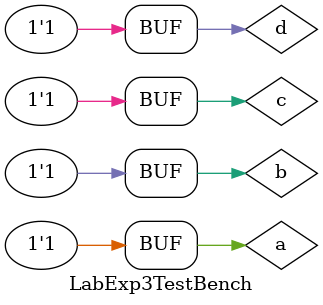
<source format=v>
module Part1Minterm
(
    input a,b,c,
    output i
);
    // simplified POS !A!B + !BC + B!C
    wire notA,notB,notC,BnotC,notBC,notAnotB;

    not(notA,a);
    not(notB,b);
    not(notC,c);

    and(BnotC,b,notC);
    and(notBC,notB,c);
    and(notAnotB,notA,notB);

    or(i,notAnotB,notBC,BnotC);
endmodule

module Part1Maxterm
(
    input a,b,c,
    output i
);
    // simplified SOP (!A+B+C)(!B+!C)
    wire notA,notB,notC,notABC,notBnotC;

    not(notA,a);
    not(notB,b);
    not(notC,c);

    or(notABC,notA,b,c);
    or(notBnotC,notB,notC);

    and(i,notABC,notBnotC);
endmodule

module Part2Minterm
(
    input a,b,c,d,
    output i
);
    // Simplified POS !A!C!B+!ADB+!AD!C+A!BCD+AB!C
    wire notA,notB,notC,
        notAnotCnotB,notADB,
        notADnotC,notABCD,ABnotC;

    not(notA,a);
    not(notB,b);
    not(notC,c);

    and(notAnotCnotB,notA,notC,notB);
    and(notADB,notA,d,b);
    and(notADnotC,notA,d,notC);
    and(AnotBCD,a,notB,c,d);
    and(ABnotC,a,b,notC);

    or(i,notAnotCnotB,notADB,notADnotC,AnotBCD,ABnotC);
endmodule

module Part2Maxterm
(
    input a,b,c,d,
    output i
);
    // Simplified SOP (!A+!B+!C)(!A+B+C)(A+!B+D)(A+B+!C)(!C+D)
    wire notA,notB,notC,
        notAnotBnotC,notABC,AnotBD,
        ABnotC,notCD;

    not(notA,a);
    not(notB,b);
    not(notC,c);

    or(notAnotBnotC,notA,notB,notC);
    or(notABC,notA,b,c);
    or(AnotBD,a,notB,d);
    or(ABnotC,a,b,notC);
    or(notCD,notC,d);

    and(i,notAnotBnotC,notABC,AnotBD,ABnotC,notCD);
endmodule

module LabExp3TestBench;
    reg a,b,c,d;
    wire oneMinterm,oneMaxterm,twoMinterm,twoMaxterm;

    Part1Minterm P1Min(a,b,c,oneMinterm);
    Part1Maxterm P1Max(a,b,c,oneMaxterm);
    Part2Minterm P2Min(a,b,c,d,twoMinterm);
    Part2Maxterm P2Max(a,b,c,d,twoMaxterm);

    initial
        begin
            $dumpfile("LabExp3.vcd");
	        $dumpvars(-1, P1Min,P1Max,P2Min,P2Max);
	        $display(" ");
        end
    initial begin
        #1 a=0;b=0;c=0;
        $display("Part1 Minterm: !A!B + !BC + B!C");
        $monitor("a=%b, b=%b, c=%b : out=%b",a,b,c,oneMinterm);
        #1 a=0;b=0;c=1;
        #1 a=0;b=1;c=0;
        #1 a=0;b=1;c=1;
        #1 a=1;b=0;c=0;
        #1 a=1;b=0;c=1;
        #1 a=1;b=1;c=0;
        #1 a=1;b=1;c=1;

        #1 a=0;b=0;c=0;
	$display(" ");
        $display("Part1 Maxterm: (!A+B+C)(!B+!C)");
        $monitor("a=%b, b=%b, c=%b : out=%b",a,b,c,oneMaxterm);
        #1 a=0;b=0;c=1;
        #1 a=0;b=1;c=0;
        #1 a=0;b=1;c=1;
        #1 a=1;b=0;c=0;
        #1 a=1;b=0;c=1;
        #1 a=1;b=1;c=0;
        #1 a=1;b=1;c=1;

        #1 a=0;b=0;c=0;d=0;
	$display(" ");
        $display("Part2 Minterm: !A!C!B+!ADB+!AD!C+A!BCD+AB!C");
        $monitor("a=%b, b=%b, c=%b, d=%b : out=%b",a,b,c,d,twoMinterm);
        #1 a=0;b=0;c=0;d=1;
        #1 a=0;b=0;c=1;d=0;
        #1 a=0;b=0;c=1;d=1;
        #1 a=0;b=1;c=0;d=0;
        #1 a=0;b=1;c=0;d=1;
        #1 a=0;b=1;c=1;d=0;
        #1 a=0;b=1;c=1;d=1;
        #1 a=1;b=0;c=0;d=0;
        #1 a=1;b=0;c=0;d=1;
        #1 a=1;b=0;c=1;d=0;
        #1 a=1;b=0;c=1;d=1;
        #1 a=1;b=1;c=0;d=0;
        #1 a=1;b=1;c=0;d=1;
        #1 a=1;b=1;c=1;d=0;
        #1 a=1;b=1;c=1;d=1;

        #1 a=0;b=0;c=0;d=0;
	$display(" ");
        $display("Part2 Maxterm: (!A+!B+!C)(!A+B+C)(A+!B+D)(A+B+!C)(!C+D)");
        $monitor("a=%b, b=%b, c=%b, d=%b : out=%b",a,b,c,d,twoMaxterm);
        #1 a=0;b=0;c=0;d=1;
        #1 a=0;b=0;c=1;d=0;
        #1 a=0;b=0;c=1;d=1;
        #1 a=0;b=1;c=0;d=0;
        #1 a=0;b=1;c=0;d=1;
        #1 a=0;b=1;c=1;d=0;
        #1 a=0;b=1;c=1;d=1;
        #1 a=1;b=0;c=0;d=0;
        #1 a=1;b=0;c=0;d=1;
        #1 a=1;b=0;c=1;d=0;
        #1 a=1;b=0;c=1;d=1;
        #1 a=1;b=1;c=0;d=0;
        #1 a=1;b=1;c=0;d=1;
        #1 a=1;b=1;c=1;d=0;
        #1 a=1;b=1;c=1;d=1;
    end
endmodule
</source>
